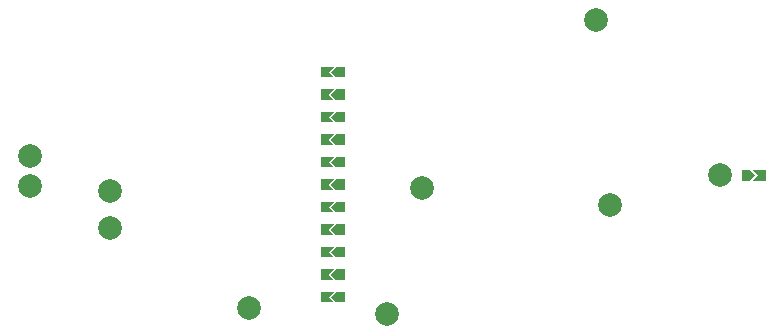
<source format=gbr>
%TF.GenerationSoftware,Altium Limited,Altium Designer,24.10.1 (45)*%
G04 Layer_Color=128*
%FSLAX45Y45*%
%MOMM*%
%TF.SameCoordinates,F50C4461-6059-43A5-BEE7-B7ABC5EDFC2B*%
%TF.FilePolarity,Positive*%
%TF.FileFunction,Paste,Bot*%
%TF.Part,Single*%
G01*
G75*
%TA.AperFunction,SMDPad,CuDef*%
%ADD45C,2.00000*%
G36*
X2891224Y2431020D02*
X2817564D01*
X2775654Y2476740D01*
X2817564Y2522460D01*
X2891224D01*
Y2431020D01*
D02*
G37*
G36*
X2756604Y2476740D02*
X2798514Y2431020D01*
X2688024D01*
Y2522460D01*
X2798514D01*
X2756604Y2476740D01*
D02*
G37*
G36*
X2891224Y2240520D02*
X2817564D01*
X2775654Y2286240D01*
X2817564Y2331960D01*
X2891224D01*
Y2240520D01*
D02*
G37*
G36*
X2756604Y2286240D02*
X2798514Y2240520D01*
X2688024D01*
Y2331960D01*
X2798514D01*
X2756604Y2286240D01*
D02*
G37*
G36*
X2891224Y2050020D02*
X2817564D01*
X2775654Y2095740D01*
X2817564Y2141460D01*
X2891224D01*
Y2050020D01*
D02*
G37*
G36*
X2756604Y2095740D02*
X2798514Y2050020D01*
X2688024D01*
Y2141460D01*
X2798514D01*
X2756604Y2095740D01*
D02*
G37*
G36*
X2891224Y1859520D02*
X2817564D01*
X2775654Y1905240D01*
X2817564Y1950960D01*
X2891224D01*
Y1859520D01*
D02*
G37*
G36*
X2756604Y1905240D02*
X2798514Y1859520D01*
X2688024D01*
Y1950960D01*
X2798514D01*
X2756604Y1905240D01*
D02*
G37*
G36*
X2891224Y1669020D02*
X2817564D01*
X2775654Y1714740D01*
X2817564Y1760460D01*
X2891224D01*
Y1669020D01*
D02*
G37*
G36*
X2756604Y1714740D02*
X2798514Y1669020D01*
X2688024D01*
Y1760460D01*
X2798514D01*
X2756604Y1714740D01*
D02*
G37*
G36*
X6453588Y1555875D02*
X6343098D01*
X6385008Y1601595D01*
X6343098Y1647315D01*
X6453588D01*
Y1555875D01*
D02*
G37*
G36*
X6365958Y1601595D02*
X6324048Y1555875D01*
X6250388D01*
Y1647315D01*
X6324048D01*
X6365958Y1601595D01*
D02*
G37*
G36*
X2891224Y1478520D02*
X2817564D01*
X2775654Y1524240D01*
X2817564Y1569960D01*
X2891224D01*
Y1478520D01*
D02*
G37*
G36*
X2756604Y1524240D02*
X2798514Y1478520D01*
X2688024D01*
Y1569960D01*
X2798514D01*
X2756604Y1524240D01*
D02*
G37*
G36*
X2891224Y1288020D02*
X2817564D01*
X2775654Y1333740D01*
X2817564Y1379460D01*
X2891224D01*
Y1288020D01*
D02*
G37*
G36*
X2756604Y1333740D02*
X2798514Y1288020D01*
X2688024D01*
Y1379460D01*
X2798514D01*
X2756604Y1333740D01*
D02*
G37*
G36*
X2891224Y1097520D02*
X2817564D01*
X2775654Y1143240D01*
X2817564Y1188960D01*
X2891224D01*
Y1097520D01*
D02*
G37*
G36*
X2756604Y1143240D02*
X2798514Y1097520D01*
X2688024D01*
Y1188960D01*
X2798514D01*
X2756604Y1143240D01*
D02*
G37*
G36*
X2891224Y907020D02*
X2817564D01*
X2775654Y952740D01*
X2817564Y998460D01*
X2891224D01*
Y907020D01*
D02*
G37*
G36*
X2756604Y952740D02*
X2798514Y907020D01*
X2688024D01*
Y998460D01*
X2798514D01*
X2756604Y952740D01*
D02*
G37*
G36*
X2891224Y716520D02*
X2817564D01*
X2775654Y762240D01*
X2817564Y807960D01*
X2891224D01*
Y716520D01*
D02*
G37*
G36*
X2756604Y762240D02*
X2798514Y716520D01*
X2688024D01*
Y807960D01*
X2798514D01*
X2756604Y762240D01*
D02*
G37*
G36*
X2891224Y526020D02*
X2817564D01*
X2775654Y571740D01*
X2817564Y617460D01*
X2891224D01*
Y526020D01*
D02*
G37*
G36*
X2756604Y571740D02*
X2798514Y526020D01*
X2688024D01*
Y617460D01*
X2798514D01*
X2756604Y571740D01*
D02*
G37*
D45*
X5016500Y2921000D02*
D03*
X6070600Y1605400D02*
D03*
X228600Y1765300D02*
D03*
Y1511300D02*
D03*
X901700Y1473200D02*
D03*
Y1155700D02*
D03*
X2082800Y482600D02*
D03*
X3251200Y426500D02*
D03*
X5135202Y1349404D02*
D03*
X3543300Y1498600D02*
D03*
%TF.MD5,a78600e100eea442464f85a625a25cc4*%
M02*

</source>
